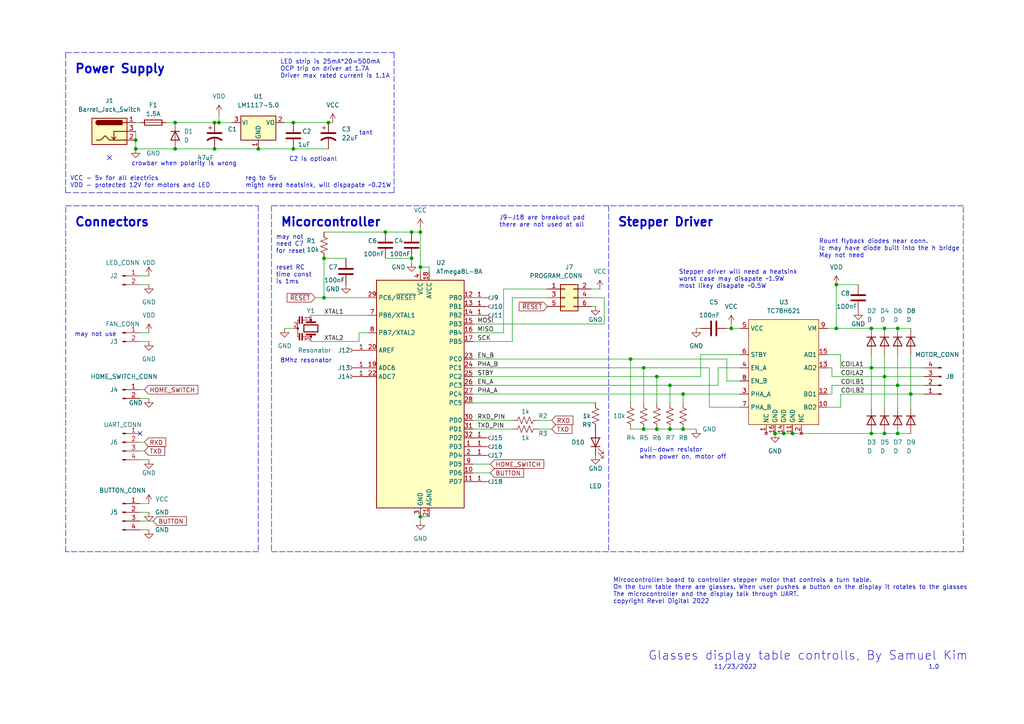
<source format=kicad_sch>
(kicad_sch (version 20211123) (generator eeschema)
  (paper "A4")
  (lib_symbols
    (symbol "Connector:Barrel_Jack_Switch" (pin_names hide)
      (property "Reference" "J" (at 0 5.334 0))
      (property "Value" "Barrel_Jack_Switch" (at 0 -5.08 0))
      (symbol "Barrel_Jack_Switch_0_1"
        (rectangle (start -5.08 3.81) (end 5.08 -3.81) (stroke (width 0.254)) (fill (type background)))
        (arc (start -3.302 3.175) (mid -3.937 2.54) (end -3.302 1.905) (stroke (width 0.254)))
        (arc (start -3.302 3.175) (mid -3.937 2.54) (end -3.302 1.905) (stroke (width 0.254)) (fill (type outline)))
        (polyline (pts (xy 1.27 -2.286) (xy 1.905 -1.651)) (stroke (width 0.254)))
        (polyline (pts (xy 5.08 2.54) (xy 3.81 2.54)) (stroke (width 0.254)))
        (polyline (pts (xy 5.08 0) (xy 1.27 0) (xy 1.27 -2.286) (xy 0.635 -1.651)) (stroke (width 0.254)))
        (polyline (pts (xy -3.81 -2.54) (xy -2.54 -2.54) (xy -1.27 -1.27) (xy 0 -2.54) (xy 2.54 -2.54) (xy 5.08 -2.54)) (stroke (width 0.254)))
        (rectangle (start 3.683 3.175) (end -3.302 1.905) (stroke (width 0.254)) (fill (type outline)))
      )
      (symbol "Barrel_Jack_Switch_1_1"
        (pin passive line (at 7.62 2.54 180) (length 2.54) (name "~") (number "1"))
        (pin passive line (at 7.62 -2.54 180) (length 2.54) (name "~") (number "2"))
        (pin passive line (at 7.62 0 180) (length 2.54) (name "~") (number "3"))
      )
    )
    (symbol "Connector:Conn_01x01_Female" (pin_names (offset 1.016) hide)
      (property "Reference" "J" (at 0 2.54 0))
      (property "Value" "Conn_01x01_Female" (at 0 -2.54 0))
      (symbol "Conn_01x01_Female_1_1"
        (polyline (pts (xy -1.27 0) (xy -0.508 0)) (stroke (width 0.1524)))
        (arc (start 0 0.508) (mid -0.508 0) (end 0 -0.508) (stroke (width 0.1524)))
        (pin passive line (at -5.08 0 0) (length 3.81) (name "Pin_1") (number "1"))
      )
    )
    (symbol "Connector:Conn_01x02_Male" (pin_names (offset 1.016) hide)
      (property "Reference" "J" (at 0 2.54 0))
      (property "Value" "Conn_01x02_Male" (at 0 -5.08 0))
      (symbol "Conn_01x02_Male_1_1"
        (polyline (pts (xy 1.27 -2.54) (xy 0.8636 -2.54)) (stroke (width 0.1524)))
        (polyline (pts (xy 1.27 0) (xy 0.8636 0)) (stroke (width 0.1524)))
        (rectangle (start 0.8636 -2.413) (end 0 -2.667) (stroke (width 0.1524)) (fill (type outline)))
        (rectangle (start 0.8636 0.127) (end 0 -0.127) (stroke (width 0.1524)) (fill (type outline)))
        (pin passive line (at 5.08 0 180) (length 3.81) (name "Pin_1") (number "1"))
        (pin passive line (at 5.08 -2.54 180) (length 3.81) (name "Pin_2") (number "2"))
      )
    )
    (symbol "Connector:Conn_01x04_Male" (pin_names (offset 1.016) hide)
      (property "Reference" "J" (at 0 5.08 0))
      (property "Value" "Conn_01x04_Male" (at 0 -7.62 0))
      (symbol "Conn_01x04_Male_1_1"
        (polyline (pts (xy 1.27 -5.08) (xy 0.8636 -5.08)) (stroke (width 0.1524)))
        (polyline (pts (xy 1.27 -2.54) (xy 0.8636 -2.54)) (stroke (width 0.1524)))
        (polyline (pts (xy 1.27 0) (xy 0.8636 0)) (stroke (width 0.1524)))
        (polyline (pts (xy 1.27 2.54) (xy 0.8636 2.54)) (stroke (width 0.1524)))
        (rectangle (start 0.8636 -4.953) (end 0 -5.207) (stroke (width 0.1524)) (fill (type outline)))
        (rectangle (start 0.8636 -2.413) (end 0 -2.667) (stroke (width 0.1524)) (fill (type outline)))
        (rectangle (start 0.8636 0.127) (end 0 -0.127) (stroke (width 0.1524)) (fill (type outline)))
        (rectangle (start 0.8636 2.667) (end 0 2.413) (stroke (width 0.1524)) (fill (type outline)))
        (pin passive line (at 5.08 2.54 180) (length 3.81) (name "Pin_1") (number "1"))
        (pin passive line (at 5.08 0 180) (length 3.81) (name "Pin_2") (number "2"))
        (pin passive line (at 5.08 -2.54 180) (length 3.81) (name "Pin_3") (number "3"))
        (pin passive line (at 5.08 -5.08 180) (length 3.81) (name "Pin_4") (number "4"))
      )
    )
    (symbol "Connector_Generic:Conn_02x03_Odd_Even" (pin_names (offset 1.016) hide)
      (property "Reference" "J" (at 1.27 5.08 0))
      (property "Value" "Conn_02x03_Odd_Even" (at 1.27 -5.08 0))
      (symbol "Conn_02x03_Odd_Even_1_1"
        (rectangle (start -1.27 -2.413) (end 0 -2.667) (stroke (width 0.1524)))
        (rectangle (start -1.27 0.127) (end 0 -0.127) (stroke (width 0.1524)))
        (rectangle (start -1.27 2.667) (end 0 2.413) (stroke (width 0.1524)))
        (rectangle (start -1.27 3.81) (end 3.81 -3.81) (stroke (width 0.254)) (fill (type background)))
        (rectangle (start 3.81 -2.413) (end 2.54 -2.667) (stroke (width 0.1524)))
        (rectangle (start 3.81 0.127) (end 2.54 -0.127) (stroke (width 0.1524)))
        (rectangle (start 3.81 2.667) (end 2.54 2.413) (stroke (width 0.1524)))
        (pin passive line (at -5.08 2.54 0) (length 3.81) (name "Pin_1") (number "1"))
        (pin passive line (at 7.62 2.54 180) (length 3.81) (name "Pin_2") (number "2"))
        (pin passive line (at -5.08 0 0) (length 3.81) (name "Pin_3") (number "3"))
        (pin passive line (at 7.62 0 180) (length 3.81) (name "Pin_4") (number "4"))
        (pin passive line (at -5.08 -2.54 0) (length 3.81) (name "Pin_5") (number "5"))
        (pin passive line (at 7.62 -2.54 180) (length 3.81) (name "Pin_6") (number "6"))
      )
    )
    (symbol "Device:C" (pin_numbers hide) (pin_names (offset 0.254))
      (property "Reference" "C" (at 0.635 2.54 0))
      (property "Value" "C" (at 0.635 -2.54 0))
      (symbol "C_0_1"
        (polyline (pts (xy -2.032 -0.762) (xy 2.032 -0.762)) (stroke (width 0.508)))
        (polyline (pts (xy -2.032 0.762) (xy 2.032 0.762)) (stroke (width 0.508)))
      )
      (symbol "C_1_1"
        (pin passive line (at 0 3.81 270) (length 2.794) (name "~") (number "1"))
        (pin passive line (at 0 -3.81 90) (length 2.794) (name "~") (number "2"))
      )
    )
    (symbol "Device:C_Polarized_US" (pin_numbers hide) (pin_names (offset 0.254) hide)
      (property "Reference" "C" (at 0.635 2.54 0))
      (property "Value" "C_Polarized_US" (at 0.635 -2.54 0))
      (symbol "C_Polarized_US_0_1"
        (polyline (pts (xy -2.032 0.762) (xy 2.032 0.762)) (stroke (width 0.508)))
        (polyline (pts (xy -1.778 2.286) (xy -0.762 2.286)))
        (polyline (pts (xy -1.27 1.778) (xy -1.27 2.794)))
        (arc (start 2.032 -1.27) (mid 0 -0.5572) (end -2.032 -1.27) (stroke (width 0.508)))
      )
      (symbol "C_Polarized_US_1_1"
        (pin passive line (at 0 3.81 270) (length 2.794) (name "~") (number "1"))
        (pin passive line (at 0 -3.81 90) (length 3.302) (name "~") (number "2"))
      )
    )
    (symbol "Device:D" (pin_numbers hide) (pin_names (offset 1.016) hide)
      (property "Reference" "D" (at 0 2.54 0))
      (property "Value" "D" (at 0 -2.54 0))
      (symbol "D_0_1"
        (polyline (pts (xy -1.27 1.27) (xy -1.27 -1.27)) (stroke (width 0.254)))
        (polyline (pts (xy 1.27 0) (xy -1.27 0)))
        (polyline (pts (xy 1.27 1.27) (xy 1.27 -1.27) (xy -1.27 0) (xy 1.27 1.27)) (stroke (width 0.254)))
      )
      (symbol "D_1_1"
        (pin passive line (at -3.81 0 0) (length 2.54) (name "K") (number "1"))
        (pin passive line (at 3.81 0 180) (length 2.54) (name "A") (number "2"))
      )
    )
    (symbol "Device:Fuse" (pin_numbers hide) (pin_names (offset 0))
      (property "Reference" "F" (at 2.032 0 90))
      (property "Value" "Fuse" (at -1.905 0 90))
      (symbol "Fuse_0_1"
        (rectangle (start -0.762 -2.54) (end 0.762 2.54) (stroke (width 0.254)))
        (polyline (pts (xy 0 2.54) (xy 0 -2.54)))
      )
      (symbol "Fuse_1_1"
        (pin passive line (at 0 3.81 270) (length 1.27) (name "~") (number "1"))
        (pin passive line (at 0 -3.81 90) (length 1.27) (name "~") (number "2"))
      )
    )
    (symbol "Device:LED" (pin_numbers hide) (pin_names (offset 1.016) hide)
      (property "Reference" "D" (at 0 2.54 0))
      (property "Value" "LED" (at 0 -2.54 0))
      (symbol "LED_0_1"
        (polyline (pts (xy -1.27 -1.27) (xy -1.27 1.27)) (stroke (width 0.254)))
        (polyline (pts (xy -1.27 0) (xy 1.27 0)))
        (polyline (pts (xy 1.27 -1.27) (xy 1.27 1.27) (xy -1.27 0) (xy 1.27 -1.27)) (stroke (width 0.254)))
        (polyline (pts (xy -3.048 -0.762) (xy -4.572 -2.286) (xy -3.81 -2.286) (xy -4.572 -2.286) (xy -4.572 -1.524)))
        (polyline (pts (xy -1.778 -0.762) (xy -3.302 -2.286) (xy -2.54 -2.286) (xy -3.302 -2.286) (xy -3.302 -1.524)))
      )
      (symbol "LED_1_1"
        (pin passive line (at -3.81 0 0) (length 2.54) (name "K") (number "1"))
        (pin passive line (at 3.81 0 180) (length 2.54) (name "A") (number "2"))
      )
    )
    (symbol "Device:R_US" (pin_numbers hide) (pin_names (offset 0))
      (property "Reference" "R" (at 2.54 0 90))
      (property "Value" "R_US" (at -2.54 0 90))
      (symbol "R_US_0_1"
        (polyline (pts (xy 0 -2.286) (xy 0 -2.54)))
        (polyline (pts (xy 0 2.286) (xy 0 2.54)))
        (polyline (pts (xy 0 -0.762) (xy 1.016 -1.143) (xy 0 -1.524) (xy -1.016 -1.905) (xy 0 -2.286)))
        (polyline (pts (xy 0 0.762) (xy 1.016 0.381) (xy 0 0) (xy -1.016 -0.381) (xy 0 -0.762)))
        (polyline (pts (xy 0 2.286) (xy 1.016 1.905) (xy 0 1.524) (xy -1.016 1.143) (xy 0 0.762)))
      )
      (symbol "R_US_1_1"
        (pin passive line (at 0 3.81 270) (length 1.27) (name "~") (number "1"))
        (pin passive line (at 0 -3.81 90) (length 1.27) (name "~") (number "2"))
      )
    )
    (symbol "Device:Resonator" (pin_names (offset 1.016) hide)
      (property "Reference" "Y" (at 0 5.715 0))
      (property "Value" "Resonator" (at 0 3.81 0))
      (symbol "Resonator_0_1"
        (rectangle (start -3.429 -3.175) (end -1.397 -3.429) (fill (type outline)))
        (rectangle (start -3.429 -2.413) (end -1.397 -2.667) (fill (type outline)))
        (circle (center -2.413 0) (radius 0.254) (fill (type outline)))
        (rectangle (start -1.016 2.032) (end 1.016 -2.032) (stroke (width 0.3048)))
        (circle (center 0 -3.81) (radius 0.254) (fill (type outline)))
        (polyline (pts (xy -2.413 -2.413) (xy -2.413 0)))
        (polyline (pts (xy -1.905 0) (xy -3.175 0)))
        (polyline (pts (xy -1.778 -1.27) (xy -1.778 1.27)) (stroke (width 0.508)))
        (polyline (pts (xy 1.778 -1.27) (xy 1.778 1.27)) (stroke (width 0.508)))
        (polyline (pts (xy 1.905 0) (xy 2.54 0)))
        (polyline (pts (xy 2.413 0) (xy 2.413 -2.54)))
        (polyline (pts (xy 2.413 -3.302) (xy 2.413 -3.81) (xy -2.413 -3.81) (xy -2.413 -3.302)))
        (rectangle (start 1.397 -3.175) (end 3.429 -3.429) (fill (type outline)))
        (rectangle (start 1.397 -2.413) (end 3.429 -2.667) (fill (type outline)))
        (circle (center 2.413 0) (radius 0.254) (fill (type outline)))
      )
      (symbol "Resonator_1_1"
        (pin passive line (at -3.81 0 0) (length 1.27) (name "1") (number "1"))
        (pin passive line (at 0 -5.08 90) (length 1.27) (name "2") (number "2"))
        (pin passive line (at 3.81 0 180) (length 1.27) (name "3") (number "3"))
      )
    )
    (symbol "MCU_Microchip_ATmega:ATmega8L-8A"
      (property "Reference" "U" (at -12.7 34.29 0))
      (property "Value" "ATmega8L-8A" (at 5.08 -34.29 0))
      (symbol "ATmega8L-8A_0_1"
        (rectangle (start -12.7 -33.02) (end 12.7 33.02) (stroke (width 0.254)) (fill (type background)))
      )
      (symbol "ATmega8L-8A_1_1"
        (pin bidirectional line (at 15.24 -15.24 180) (length 2.54) (name "PD3") (number "1"))
        (pin bidirectional line (at 15.24 -22.86 180) (length 2.54) (name "PD6") (number "10"))
        (pin bidirectional line (at 15.24 -25.4 180) (length 2.54) (name "PD7") (number "11"))
        (pin bidirectional line (at 15.24 27.94 180) (length 2.54) (name "PB0") (number "12"))
        (pin bidirectional line (at 15.24 25.4 180) (length 2.54) (name "PB1") (number "13"))
        (pin bidirectional line (at 15.24 22.86 180) (length 2.54) (name "PB2") (number "14"))
        (pin bidirectional line (at 15.24 20.32 180) (length 2.54) (name "PB3") (number "15"))
        (pin bidirectional line (at 15.24 17.78 180) (length 2.54) (name "PB4") (number "16"))
        (pin bidirectional line (at 15.24 15.24 180) (length 2.54) (name "PB5") (number "17"))
        (pin power_in line (at 2.54 35.56 270) (length 2.54) (name "AVCC") (number "18"))
        (pin input line (at -15.24 7.62 0) (length 2.54) (name "ADC6") (number "19"))
        (pin bidirectional line (at 15.24 -17.78 180) (length 2.54) (name "PD4") (number "2"))
        (pin passive line (at -15.24 12.7 0) (length 2.54) (name "AREF") (number "20"))
        (pin power_in line (at 2.54 -35.56 90) (length 2.54) (name "AGND") (number "21"))
        (pin input line (at -15.24 5.08 0) (length 2.54) (name "ADC7") (number "22"))
        (pin bidirectional line (at 15.24 10.16 180) (length 2.54) (name "PC0") (number "23"))
        (pin bidirectional line (at 15.24 7.62 180) (length 2.54) (name "PC1") (number "24"))
        (pin bidirectional line (at 15.24 5.08 180) (length 2.54) (name "PC2") (number "25"))
        (pin bidirectional line (at 15.24 2.54 180) (length 2.54) (name "PC3") (number "26"))
        (pin bidirectional line (at 15.24 0 180) (length 2.54) (name "PC4") (number "27"))
        (pin bidirectional line (at 15.24 -2.54 180) (length 2.54) (name "PC5") (number "28"))
        (pin bidirectional line (at -15.24 27.94 0) (length 2.54) (name "PC6/~{RESET}") (number "29"))
        (pin power_in line (at 0 -35.56 90) (length 2.54) (name "GND") (number "3"))
        (pin bidirectional line (at 15.24 -7.62 180) (length 2.54) (name "PD0") (number "30"))
        (pin bidirectional line (at 15.24 -10.16 180) (length 2.54) (name "PD1") (number "31"))
        (pin bidirectional line (at 15.24 -12.7 180) (length 2.54) (name "PD2") (number "32"))
        (pin power_in line (at 0 35.56 270) (length 2.54) (name "VCC") (number "4"))
        (pin passive line (at 0 -35.56 90) (length 2.54) hide (name "GND") (number "5"))
        (pin passive line (at 0 35.56 270) (length 2.54) hide (name "VCC") (number "6"))
        (pin bidirectional line (at -15.24 22.86 0) (length 2.54) (name "PB6/XTAL1") (number "7"))
        (pin bidirectional line (at -15.24 17.78 0) (length 2.54) (name "PB7/XTAL2") (number "8"))
        (pin bidirectional line (at 15.24 -20.32 180) (length 2.54) (name "PD5") (number "9"))
      )
    )
    (symbol "Regulator_Linear:LM1117-5.0" (pin_names (offset 0.254))
      (property "Reference" "U" (at -3.81 3.175 0))
      (property "Value" "LM1117-5.0" (at 0 3.175 0))
      (symbol "LM1117-5.0_0_1"
        (rectangle (start -5.08 -5.08) (end 5.08 1.905) (stroke (width 0.254)) (fill (type background)))
      )
      (symbol "LM1117-5.0_1_1"
        (pin power_in line (at 0 -7.62 90) (length 2.54) (name "GND") (number "1"))
        (pin power_out line (at 7.62 0 180) (length 2.54) (name "VO") (number "2"))
        (pin power_in line (at -7.62 0 0) (length 2.54) (name "VI") (number "3"))
      )
    )
    (symbol "my_Symbols:TC78H621"
      (property "Reference" "U" (at 1.27 2.54 0))
      (property "Value" "TC78H621" (at 10.16 2.54 0))
      (symbol "TC78H621_0_0"
        (pin no_connect line (at 5.08 -33.02 90) (length 2.54) (name "NC") (number "1"))
        (pin unspecified line (at 22.86 -25.4 180) (length 2.54) (name "BO2") (number "10"))
        (pin unspecified line (at 12.7 -33.02 90) (length 2.54) (name "GND") (number "11"))
        (pin unspecified line (at 22.86 -21.59 180) (length 2.54) (name "BO1") (number "12"))
        (pin unspecified line (at 22.86 -13.97 180) (length 2.54) (name "AO2") (number "13"))
        (pin unspecified line (at 10.16 -33.02 90) (length 2.54) (name "GND") (number "14"))
        (pin unspecified line (at 22.86 -10.16 180) (length 2.54) (name "AO1") (number "15"))
        (pin unspecified line (at 7.62 -33.02 90) (length 2.54) (name "GND") (number "16"))
        (pin no_connect line (at 15.24 -33.02 90) (length 2.54) (name "NC") (number "2"))
        (pin unspecified line (at -2.54 -21.59 0) (length 2.54) (name "PHA_A") (number "3"))
        (pin unspecified line (at -2.54 -13.97 0) (length 2.54) (name "EN_A") (number "4"))
        (pin unspecified line (at -2.54 -2.54 0) (length 2.54) (name "VCC") (number "5"))
        (pin unspecified line (at -2.54 -10.16 0) (length 2.54) (name "STBY") (number "6"))
        (pin unspecified line (at -2.54 -25.4 0) (length 2.54) (name "PHA_B") (number "7"))
        (pin unspecified line (at -2.54 -17.78 0) (length 2.54) (name "EN_B") (number "8"))
        (pin unspecified line (at 22.86 -2.54 180) (length 2.54) (name "VM") (number "9"))
      )
      (symbol "TC78H621_0_1"
        (rectangle (start 0 0) (end 20.32 -30.48) (fill (type background)))
      )
    )
    (symbol "power:GND" (power) (pin_names (offset 0))
      (property "Value" "GND" (at 0 -3.81 0))
      (symbol "GND_0_1"
        (polyline (pts (xy 0 0) (xy 0 -1.27) (xy 1.27 -1.27) (xy 0 -2.54) (xy -1.27 -1.27) (xy 0 -1.27)))
      )
      (symbol "GND_1_1"
        (pin power_in line (at 0 0 270) (length 0) hide (name "GND") (number "1"))
      )
    )
    (symbol "power:VCC" (power) (pin_names (offset 0))
      (property "Value" "VCC" (at 0 3.81 0))
      (symbol "VCC_0_1"
        (polyline (pts (xy -0.762 1.27) (xy 0 2.54)))
        (polyline (pts (xy 0 0) (xy 0 2.54)))
        (polyline (pts (xy 0 2.54) (xy 0.762 1.27)))
      )
      (symbol "VCC_1_1"
        (pin power_in line (at 0 0 90) (length 0) hide (name "VCC") (number "1"))
      )
    )
    (symbol "power:VDD" (power) (pin_names (offset 0))
      (property "Value" "VDD" (at 0 3.81 0))
      (symbol "VDD_0_1"
        (polyline (pts (xy -0.762 1.27) (xy 0 2.54)))
        (polyline (pts (xy 0 0) (xy 0 2.54)))
        (polyline (pts (xy 0 2.54) (xy 0.762 1.27)))
      )
      (symbol "VDD_1_1"
        (pin power_in line (at 0 0 90) (length 0) hide (name "VDD") (number "1"))
      )
    )
  )
  (junction (at 62.23 35.56))
  (junction (at 242.57 95.25))
  (junction (at 62.23 43.18))
  (junction (at 212.09 95.25))
  (junction (at 85.09 43.18))
  (junction (at 93.98 74.93))
  (junction (at 190.5 124.46))
  (junction (at 74.93 43.18))
  (junction (at 260.35 95.25))
  (junction (at 198.12 114.3))
  (junction (at 111.76 67.31))
  (junction (at 182.88 104.14))
  (junction (at 252.73 95.25))
  (junction (at 256.54 109.22))
  (junction (at 93.98 86.36))
  (junction (at 119.38 74.93))
  (junction (at 264.16 114.3))
  (junction (at 260.35 125.73))
  (junction (at 186.69 106.68))
  (junction (at 198.12 124.46))
  (junction (at 194.31 124.46))
  (junction (at 121.92 149.86))
  (junction (at 186.69 124.46))
  (junction (at 224.79 125.73))
  (junction (at 229.87 125.73))
  (junction (at 121.92 67.31))
  (junction (at 260.35 111.76))
  (junction (at 121.92 77.47))
  (junction (at 39.37 40.64))
  (junction (at 39.37 43.18))
  (junction (at 252.73 125.73))
  (junction (at 194.31 111.76))
  (junction (at 50.8 43.18))
  (junction (at 190.5 109.22))
  (junction (at 227.33 125.73))
  (junction (at 95.25 35.56))
  (junction (at 242.57 82.55))
  (junction (at 63.5 35.56))
  (junction (at 256.54 95.25))
  (junction (at 50.8 35.56))
  (junction (at 85.09 35.56))
  (junction (at 256.54 125.73))
  (junction (at 119.38 67.31))
  (junction (at 252.73 106.68))
  (no_connect (at 40.64 125.73))
  (no_connect (at 31.75 45.72))
  (wire (pts (xy 242.57 82.55) (xy 242.57 95.25)))
  (wire (pts (xy 210.82 104.14) (xy 182.88 104.14)))
  (wire (pts (xy 111.76 67.31) (xy 119.38 67.31)))
  (wire (pts (xy 137.16 137.16) (xy 142.24 137.16)))
  (polyline (pts (xy 19.05 55.88) (xy 19.05 15.24)))
  (wire (pts (xy 210.82 95.25) (xy 212.09 95.25)))
  (wire (pts (xy 214.63 106.68) (xy 208.28 106.68)))
  (polyline (pts (xy 19.05 59.69) (xy 74.93 59.69)))
  (wire (pts (xy 214.63 102.87) (xy 203.2 102.87)))
  (wire (pts (xy 137.16 134.62) (xy 142.24 134.62)))
  (wire (pts (xy 175.26 86.36) (xy 171.45 86.36)))
  (wire (pts (xy 85.09 43.18) (xy 95.25 43.18)))
  (wire (pts (xy 137.16 96.52) (xy 146.05 96.52)))
  (wire (pts (xy 252.73 102.87) (xy 252.73 106.68)))
  (wire (pts (xy 241.3 106.68) (xy 240.03 106.68)))
  (wire (pts (xy 260.35 111.76) (xy 267.97 111.76)))
  (wire (pts (xy 121.92 77.47) (xy 121.92 78.74)))
  (wire (pts (xy 264.16 114.3) (xy 267.97 114.3)))
  (polyline (pts (xy 74.93 59.69) (xy 74.93 160.02)))
  (wire (pts (xy 137.16 99.06) (xy 148.59 99.06)))
  (polyline (pts (xy 78.74 160.02) (xy 279.4 160.02)))
  (wire (pts (xy 85.09 35.56) (xy 95.25 35.56)))
  (wire (pts (xy 40.64 133.35) (xy 43.18 133.35)))
  (wire (pts (xy 40.64 115.57) (xy 43.18 115.57)))
  (wire (pts (xy 137.16 114.3) (xy 198.12 114.3)))
  (wire (pts (xy 172.72 116.84) (xy 137.16 116.84)))
  (wire (pts (xy 104.14 99.06) (xy 90.17 99.06)))
  (wire (pts (xy 93.98 67.31) (xy 111.76 67.31)))
  (wire (pts (xy 194.31 124.46) (xy 198.12 124.46)))
  (wire (pts (xy 241.3 114.3) (xy 241.3 111.76)))
  (wire (pts (xy 146.05 96.52) (xy 146.05 83.82)))
  (wire (pts (xy 260.35 102.87) (xy 260.35 111.76)))
  (wire (pts (xy 252.73 106.68) (xy 267.97 106.68)))
  (polyline (pts (xy 176.53 59.69) (xy 176.53 160.02)))
  (wire (pts (xy 137.16 104.14) (xy 182.88 104.14)))
  (wire (pts (xy 124.46 149.86) (xy 121.92 149.86)))
  (wire (pts (xy 201.93 95.25) (xy 203.2 95.25)))
  (wire (pts (xy 214.63 118.11) (xy 205.74 118.11)))
  (wire (pts (xy 186.69 106.68) (xy 205.74 106.68)))
  (wire (pts (xy 198.12 114.3) (xy 214.63 114.3)))
  (wire (pts (xy 121.92 149.86) (xy 121.92 151.13)))
  (wire (pts (xy 82.55 35.56) (xy 85.09 35.56)))
  (wire (pts (xy 241.3 109.22) (xy 256.54 109.22)))
  (wire (pts (xy 172.72 88.9) (xy 171.45 88.9)))
  (wire (pts (xy 240.03 95.25) (xy 242.57 95.25)))
  (wire (pts (xy 121.92 67.31) (xy 121.92 77.47)))
  (wire (pts (xy 50.8 43.18) (xy 62.23 43.18)))
  (wire (pts (xy 205.74 118.11) (xy 205.74 106.68)))
  (wire (pts (xy 121.92 66.04) (xy 121.92 67.31)))
  (wire (pts (xy 186.69 124.46) (xy 190.5 124.46)))
  (polyline (pts (xy 279.4 59.69) (xy 78.74 59.69)))
  (wire (pts (xy 194.31 111.76) (xy 208.28 111.76)))
  (polyline (pts (xy 19.05 15.24) (xy 114.3 15.24)))
  (wire (pts (xy 243.84 102.87) (xy 243.84 106.68)))
  (wire (pts (xy 90.17 91.44) (xy 106.68 91.44)))
  (wire (pts (xy 264.16 125.73) (xy 260.35 125.73)))
  (wire (pts (xy 82.55 95.25) (xy 85.09 95.25)))
  (wire (pts (xy 242.57 95.25) (xy 252.73 95.25)))
  (wire (pts (xy 243.84 106.68) (xy 252.73 106.68)))
  (wire (pts (xy 229.87 125.73) (xy 227.33 125.73)))
  (wire (pts (xy 212.09 95.25) (xy 214.63 95.25)))
  (wire (pts (xy 173.99 83.82) (xy 171.45 83.82)))
  (wire (pts (xy 93.98 74.93) (xy 93.98 86.36)))
  (wire (pts (xy 148.59 99.06) (xy 148.59 86.36)))
  (wire (pts (xy 104.14 96.52) (xy 104.14 99.06)))
  (wire (pts (xy 96.52 35.56) (xy 95.25 35.56)))
  (wire (pts (xy 208.28 106.68) (xy 208.28 111.76)))
  (wire (pts (xy 194.31 111.76) (xy 194.31 116.84)))
  (wire (pts (xy 43.18 99.06) (xy 40.64 99.06)))
  (wire (pts (xy 124.46 77.47) (xy 121.92 77.47)))
  (wire (pts (xy 39.37 43.18) (xy 50.8 43.18)))
  (wire (pts (xy 186.69 106.68) (xy 186.69 116.84)))
  (wire (pts (xy 39.37 40.64) (xy 39.37 43.18)))
  (wire (pts (xy 40.64 130.81) (xy 41.91 130.81)))
  (wire (pts (xy 43.18 82.55) (xy 40.64 82.55)))
  (wire (pts (xy 43.18 80.01) (xy 40.64 80.01)))
  (wire (pts (xy 252.73 95.25) (xy 256.54 95.25)))
  (wire (pts (xy 198.12 116.84) (xy 198.12 114.3)))
  (wire (pts (xy 243.84 118.11) (xy 243.84 114.3)))
  (wire (pts (xy 137.16 93.98) (xy 175.26 93.98)))
  (wire (pts (xy 137.16 109.22) (xy 190.5 109.22)))
  (wire (pts (xy 100.33 74.93) (xy 93.98 74.93)))
  (wire (pts (xy 252.73 125.73) (xy 256.54 125.73)))
  (wire (pts (xy 241.3 106.68) (xy 241.3 109.22)))
  (wire (pts (xy 43.18 148.59) (xy 40.64 148.59)))
  (wire (pts (xy 264.16 114.3) (xy 264.16 118.11)))
  (wire (pts (xy 156.21 121.92) (xy 160.02 121.92)))
  (wire (pts (xy 43.18 153.67) (xy 40.64 153.67)))
  (wire (pts (xy 40.64 128.27) (xy 41.91 128.27)))
  (wire (pts (xy 137.16 106.68) (xy 186.69 106.68)))
  (wire (pts (xy 39.37 38.1) (xy 39.37 40.64)))
  (wire (pts (xy 146.05 83.82) (xy 158.75 83.82)))
  (wire (pts (xy 148.59 86.36) (xy 158.75 86.36)))
  (wire (pts (xy 91.44 86.36) (xy 93.98 86.36)))
  (wire (pts (xy 264.16 102.87) (xy 264.16 114.3)))
  (wire (pts (xy 210.82 110.49) (xy 210.82 104.14)))
  (polyline (pts (xy 74.93 160.02) (xy 19.05 160.02)))
  (wire (pts (xy 240.03 118.11) (xy 243.84 118.11)))
  (wire (pts (xy 256.54 95.25) (xy 260.35 95.25)))
  (wire (pts (xy 210.82 110.49) (xy 214.63 110.49)))
  (wire (pts (xy 148.59 121.92) (xy 137.16 121.92)))
  (wire (pts (xy 241.3 111.76) (xy 260.35 111.76)))
  (wire (pts (xy 212.09 93.98) (xy 212.09 95.25)))
  (wire (pts (xy 229.87 125.73) (xy 252.73 125.73)))
  (wire (pts (xy 256.54 109.22) (xy 267.97 109.22)))
  (wire (pts (xy 241.3 114.3) (xy 240.03 114.3)))
  (wire (pts (xy 203.2 109.22) (xy 190.5 109.22)))
  (polyline (pts (xy 279.4 160.02) (xy 279.4 59.69)))
  (wire (pts (xy 260.35 125.73) (xy 256.54 125.73)))
  (wire (pts (xy 93.98 86.36) (xy 106.68 86.36)))
  (wire (pts (xy 242.57 82.55) (xy 248.92 82.55)))
  (wire (pts (xy 243.84 114.3) (xy 264.16 114.3)))
  (wire (pts (xy 124.46 77.47) (xy 124.46 78.74)))
  (polyline (pts (xy 114.3 15.24) (xy 114.3 55.88)))
  (wire (pts (xy 256.54 102.87) (xy 256.54 109.22)))
  (wire (pts (xy 175.26 93.98) (xy 175.26 86.36)))
  (wire (pts (xy 227.33 125.73) (xy 224.79 125.73)))
  (wire (pts (xy 44.45 151.13) (xy 40.64 151.13)))
  (wire (pts (xy 74.93 43.18) (xy 85.09 43.18)))
  (wire (pts (xy 156.21 124.46) (xy 160.02 124.46)))
  (wire (pts (xy 43.18 146.05) (xy 40.64 146.05)))
  (polyline (pts (xy 78.74 59.69) (xy 78.74 160.02)))
  (wire (pts (xy 104.14 96.52) (xy 106.68 96.52)))
  (wire (pts (xy 40.64 35.56) (xy 39.37 35.56)))
  (wire (pts (xy 201.93 124.46) (xy 198.12 124.46)))
  (polyline (pts (xy 19.05 160.02) (xy 19.05 59.69)))
  (polyline (pts (xy 114.3 55.88) (xy 19.05 55.88)))
  (wire (pts (xy 63.5 35.56) (xy 62.23 35.56)))
  (wire (pts (xy 40.64 113.03) (xy 41.91 113.03)))
  (wire (pts (xy 148.59 124.46) (xy 137.16 124.46)))
  (wire (pts (xy 50.8 35.56) (xy 62.23 35.56)))
  (wire (pts (xy 48.26 35.56) (xy 50.8 35.56)))
  (wire (pts (xy 182.88 104.14) (xy 182.88 116.84)))
  (wire (pts (xy 252.73 106.68) (xy 252.73 118.11)))
  (wire (pts (xy 62.23 43.18) (xy 74.93 43.18)))
  (wire (pts (xy 119.38 67.31) (xy 121.92 67.31)))
  (wire (pts (xy 43.18 96.52) (xy 40.64 96.52)))
  (wire (pts (xy 240.03 102.87) (xy 243.84 102.87)))
  (wire (pts (xy 63.5 35.56) (xy 67.31 35.56)))
  (wire (pts (xy 260.35 111.76) (xy 260.35 118.11)))
  (wire (pts (xy 190.5 109.22) (xy 190.5 116.84)))
  (wire (pts (xy 182.88 124.46) (xy 186.69 124.46)))
  (wire (pts (xy 119.38 74.93) (xy 119.38 76.2)))
  (wire (pts (xy 111.76 74.93) (xy 119.38 74.93)))
  (wire (pts (xy 190.5 124.46) (xy 194.31 124.46)))
  (wire (pts (xy 137.16 111.76) (xy 194.31 111.76)))
  (wire (pts (xy 256.54 109.22) (xy 256.54 118.11)))
  (wire (pts (xy 203.2 102.87) (xy 203.2 109.22)))
  (wire (pts (xy 260.35 95.25) (xy 264.16 95.25)))
  (wire (pts (xy 63.5 33.02) (xy 63.5 35.56)))
  (text "may not \nneed C7\nfor reset" (at 80.01 73.66 0) (effects (font (size 1.27 1.27)) (justify left bottom)))
  (text "C2 is optioanl" (at 83.82 46.99 0) (effects (font (size 1.27 1.27)) (justify left bottom)))
  (text "crowbar when polarity is wrong" (at 38.1 48.26 0) (effects (font (size 1.27 1.27)) (justify left bottom)))
  (text "Stepper driver will need a heatsink\nworst case may disapate ~1.9W\nmost likey disapate ~0.5W\n" (at 196.85 83.82 0) (effects (font (size 1.27 1.27)) (justify left bottom)))
  (text "reset RC\ntime const\nis 1ms" (at 80.01 82.55 0) (effects (font (size 1.27 1.27)) (justify left bottom)))
  (text "reg to 5v\nmight need heatsink, will dispapate ~0.21W" (at 71.12 54.61 0) (effects (font (size 1.27 1.27)) (justify left bottom)))
  (text "LED strip is 25mA*20=500mA\nOCP trip on driver at 1.7A\nDriver max rated current is 1.1A\n" (at 81.28 22.86 0) (effects (font (size 1.27 1.27)) (justify left bottom)))
  (text "8Mhz resonator" (at 81.28 105.41 0) (effects (font (size 1.27 1.27)) (justify left bottom)))
  (text "pull-down resistor\nwhen power on, motor off" (at 185.42 133.35 0) (effects (font (size 1.27 1.27)) (justify left bottom)))
  (text "J9-J18 are breakout pad\nthere are not used at all" (at 144.78 66.04 0) (effects (font (size 1.27 1.27)) (justify left bottom)))
  (text "11/23/2022" (at 207.01 194.31 0) (effects (font (size 1.27 1.27)) (justify left bottom)))
  (text "Mircocontroller board to controller stepper motor that controls a turn table. \nOn the turn table there are glasses. When user pushes a button on the display it rotates to the glasses\nThe microcontroller and the display talk through UART.\ncopyright Revel Digital 2022" (at 177.8 175.26 0) (effects (font (size 1.27 1.27)) (justify left bottom)))
  (text "1.0" (at 269.24 194.31 0) (effects (font (size 1.27 1.27)) (justify left bottom)))
  (text "Glasses display table controlls, By Samuel Kim" (at 187.96 191.77 0) (effects (font (size 2.54 2.54)) (justify left bottom)))
  (text "Micorcontroller" (at 81.28 66.04 0) (effects (font (size 2.54 2.54) bold) (justify left bottom)))
  (text "may not use" (at 21.59 97.79 0) (effects (font (size 1.27 1.27)) (justify left bottom)))
  (text "tant" (at 104.14 39.37 0) (effects (font (size 1.27 1.27)) (justify left bottom)))
  (text "Connectors" (at 21.59 66.04 0) (effects (font (size 2.54 2.54) (thickness 0.508) bold) (justify left bottom)))
  (text "Stepper Driver" (at 179.07 66.04 0) (effects (font (size 2.54 2.54) bold) (justify left bottom)))
  (text "VCC - 5v for all electrics\nVDD - protected 12V for motors and LED" (at 20.32 54.61 0) (effects (font (size 1.27 1.27)) (justify left bottom)))
  (text "Rount flyback diodes near conn.\nIc may have diode built into the h bridge\nMay not need" (at 237.49 74.93 0) (effects (font (size 1.27 1.27)) (justify left bottom)))
  (text "Power Supply" (at 21.59 21.59 0) (effects (font (size 2.54 2.54) (thickness 0.508) bold) (justify left bottom)))
  (label "XTAL1" (at 93.98 91.44 0))
  (label "SCK" (at 138.43 99.06 0))
  (label "COILA1" (at 243.84 106.68 0))
  (label "XTAL2" (at 93.98 99.06 0))
  (label "TXD_PIN" (at 138.43 124.46 0))
  (label "COILB1" (at 243.84 111.76 0))
  (label "COILA2" (at 243.84 109.22 0))
  (label "EN_A" (at 138.43 111.76 0))
  (label "MOSI" (at 138.43 93.98 0))
  (label "PHA_A" (at 138.43 114.3 0))
  (label "RXD_PIN" (at 138.43 121.92 0))
  (label "PHA_B" (at 138.43 106.68 0))
  (label "MISO" (at 138.43 96.52 0))
  (label "EN_B" (at 138.43 104.14 0))
  (label "COILB2" (at 243.84 114.3 0))
  (label "STBY" (at 138.43 109.22 0))
  (global_label "TXD" (shape input) (at 41.91 130.81 0) (property "Intersheet References" "${INTERSHEET_REFS}" (effects hide)))
  (global_label "RXD" (shape input) (at 41.91 128.27 0) (property "Intersheet References" "${INTERSHEET_REFS}" (effects hide)))
  (global_label "HOME_SWITCH" (shape input) (at 41.91 113.03 0) (property "Intersheet References" "${INTERSHEET_REFS}" (effects hide)))
  (global_label "TXD" (shape input) (at 160.02 124.46 0) (property "Intersheet References" "${INTERSHEET_REFS}" (effects hide)))
  (global_label "RXD" (shape input) (at 160.02 121.92 0) (property "Intersheet References" "${INTERSHEET_REFS}" (effects hide)))
  (global_label "~{RESET}" (shape input) (at 91.44 86.36 180) (property "Intersheet References" "${INTERSHEET_REFS}" (effects hide)))
  (global_label "BUTTON" (shape input) (at 44.45 151.13 0) (property "Intersheet References" "${INTERSHEET_REFS}" (effects hide)))
  (global_label "~{RESET}" (shape input) (at 158.75 88.9 180) (property "Intersheet References" "${INTERSHEET_REFS}" (effects hide)))
  (global_label "HOME_SWITCH" (shape input) (at 142.24 134.62 0) (property "Intersheet References" "${INTERSHEET_REFS}" (effects hide)))
  (global_label "BUTTON" (shape input) (at 142.24 137.16 0) (property "Intersheet References" "${INTERSHEET_REFS}" (effects hide)))
  (symbol (lib_id "Connector:Conn_01x01_Female") (at 142.24 139.7 0) (unit 1)
    (property "Reference" "J18" (at 142.24 139.7 0) (effects (justify left)))
    (property "Value" "PAD" (effects hide))
    (property "Footprint" "Connector_Wire:SolderWirePad_1x01_SMD_1x2mm" (effects hide))
  )
  (symbol (lib_id "power:VCC") (at 212.09 93.98 0) (unit 1)
    (property "Reference" "#PWR020" (effects hide))
    (property "Value" "VCC" (at 212.09 88.9 0))
  )
  (symbol (lib_id "Device:C") (at 111.76 71.12 0) (unit 1)
    (property "Reference" "C6" (at 106.68 69.85 0) (effects (justify left)))
    (property "Value" "100nF" (at 105.41 73.66 0) (effects (justify left)))
    (property "Footprint" "Resistor_SMD:R_0603_1608Metric" (effects hide))
  )
  (symbol (lib_id "Connector:Conn_01x04_Male") (at 35.56 148.59 0) (unit 1)
    (property "Reference" "J5" (at 33.02 148.59 0))
    (property "Value" "BUTTON_CONN" (at 35.56 142.24 0))
    (property "Footprint" "Connector_JST:JST_EH_B4B-EH-A_1x04_P2.50mm_Vertical" (effects hide))
  )
  (symbol (lib_id "power:GND") (at 100.33 82.55 0) (unit 1)
    (property "Reference" "#PWR0101" (effects hide))
    (property "Value" "GND" (at 96.52 83.82 0))
  )
  (symbol (lib_id "Connector:Conn_01x04_Male") (at 35.56 128.27 0) (unit 1)
    (property "Reference" "J6" (at 33.02 128.27 0))
    (property "Value" "UART_CONN" (at 35.56 123.19 0))
    (property "Footprint" "Connector_JST:JST_EH_B4B-EH-A_1x04_P2.50mm_Vertical" (effects hide))
  )
  (symbol (lib_id "Connector_Generic:Conn_02x03_Odd_Even") (at 163.83 86.36 0) (unit 1)
    (property "Reference" "J7" (at 165.1 77.47 0))
    (property "Value" "PROGRAM_CONN" (at 161.29 80.01 0))
    (property "Footprint" "Connector_PinSocket_2.54mm:PinSocket_2x03_P2.54mm_Vertical" (effects hide))
  )
  (symbol (lib_id "Connector:Conn_01x02_Male") (at 35.56 113.03 0) (unit 1)
    (property "Reference" "J4" (at 34.29 113.03 0) (effects (justify right)))
    (property "Value" "HOME_SWITCH_CONN" (at 45.72 109.22 0) (effects (justify right)))
    (property "Footprint" "Connector_JST:JST_EH_B2B-EH-A_1x02_P2.50mm_Vertical" (effects hide))
  )
  (symbol (lib_id "Device:R_US") (at 190.5 120.65 0) (unit 1)
    (property "Reference" "R6" (at 189.23 127 0) (effects (justify left)))
    (property "Value" "10k" (effects hide))
    (property "Footprint" "Resistor_SMD:R_0603_1608Metric" (effects hide))
  )
  (symbol (lib_id "Connector:Conn_01x01_Female") (at 101.6 106.68 180) (unit 1)
    (property "Reference" "J13" (at 101.6 106.68 0) (effects (justify left)))
    (property "Value" "PAD" (effects hide))
    (property "Footprint" "Connector_Wire:SolderWirePad_1x01_SMD_1x2mm" (effects hide))
  )
  (symbol (lib_id "power:VCC") (at 43.18 146.05 0) (unit 1)
    (property "Reference" "#PWR08" (effects hide))
    (property "Value" "VCC" (at 46.99 144.78 0))
  )
  (symbol (lib_id "Device:R_US") (at 152.4 124.46 90) (unit 1)
    (property "Reference" "R3" (at 157.48 125.73 90))
    (property "Value" "1k" (at 152.4 127 90))
    (property "Footprint" "Resistor_SMD:R_0603_1608Metric" (effects hide))
  )
  (symbol (lib_id "power:VDD") (at 43.18 96.52 0) (unit 1)
    (property "Reference" "#PWR05" (effects hide))
    (property "Value" "VDD" (at 43.18 91.44 0))
  )
  (symbol (lib_id "Connector:Conn_01x01_Female") (at 101.6 101.6 180) (unit 1)
    (property "Reference" "J12" (at 101.6 101.6 0) (effects (justify left)))
    (property "Value" "PAD" (effects hide))
    (property "Footprint" "Connector_Wire:SolderWirePad_1x01_SMD_1x2mm" (effects hide))
  )
  (symbol (lib_id "power:VCC") (at 96.52 35.56 0) (unit 1)
    (property "Reference" "#PWR012" (effects hide))
    (property "Value" "VCC" (at 96.52 30.48 0))
  )
  (symbol (lib_id "power:GND") (at 224.79 125.73 0) (unit 1)
    (property "Reference" "#PWR021" (effects hide))
    (property "Value" "GND" (at 224.79 130.81 0))
  )
  (symbol (lib_id "Device:LED") (at 172.72 128.27 90) (unit 1)
    (property "Reference" "D10" (at 167.64 128.27 90))
    (property "Value" "LED" (at 172.72 140.97 90))
    (property "Footprint" "LED_SMD:LED_0603_1608Metric" (effects hide))
  )
  (symbol (lib_id "Device:D") (at 260.35 121.92 270) (unit 1)
    (property "Reference" "D7" (at 259.08 128.27 90) (effects (justify left)))
    (property "Value" "D" (at 259.08 130.81 90) (effects (justify left)))
    (property "Footprint" "Diode_SMD:D_SOD-323" (effects hide))
  )
  (symbol (lib_id "Connector:Conn_01x02_Male") (at 35.56 80.01 0) (unit 1)
    (property "Reference" "J2" (at 33.02 80.01 0))
    (property "Value" "LED_CONN" (at 35.56 76.2 0))
    (property "Footprint" "Connector_JST:JST_EH_B2B-EH-A_1x02_P2.50mm_Vertical" (effects hide))
  )
  (symbol (lib_id "Connector:Conn_01x04_Male") (at 273.05 111.76 180) (unit 1)
    (property "Reference" "J8" (at 274.32 109.2199 0) (effects (justify right)))
    (property "Value" "MOTOR_CONN" (at 265.43 102.87 0) (effects (justify right)))
    (property "Footprint" "Connector_JST:JST_EH_B4B-EH-A_1x04_P2.50mm_Vertical" (effects hide))
  )
  (symbol (lib_id "Device:R_US") (at 172.72 120.65 0) (unit 1)
    (property "Reference" "R9" (at 170.18 123.19 0))
    (property "Value" "1k" (at 170.18 120.65 0))
    (property "Footprint" "Resistor_SMD:R_0603_1608Metric" (effects hide))
  )
  (symbol (lib_id "Device:C") (at 248.92 86.36 0) (unit 1)
    (property "Reference" "C8" (at 243.84 85.09 0) (effects (justify left)))
    (property "Value" "100nF" (at 242.57 88.9 0) (effects (justify left)))
    (property "Footprint" "Resistor_SMD:R_0603_1608Metric" (effects hide))
  )
  (symbol (lib_id "Connector:Conn_01x02_Male") (at 35.56 96.52 0) (unit 1)
    (property "Reference" "J3" (at 33.02 99.06 0))
    (property "Value" "FAN_CONN" (at 35.56 93.98 0))
    (property "Footprint" "Connector_JST:JST_EH_B2B-EH-A_1x02_P2.50mm_Vertical" (effects hide))
  )
  (symbol (lib_id "Connector:Conn_01x01_Female") (at 142.24 132.08 0) (unit 1)
    (property "Reference" "J17" (at 142.24 132.08 0) (effects (justify left)))
    (property "Value" "PAD" (effects hide))
    (property "Footprint" "Connector_Wire:SolderWirePad_1x01_SMD_1x2mm" (effects hide))
  )
  (symbol (lib_id "Device:D") (at 256.54 121.92 270) (unit 1)
    (property "Reference" "D5" (at 255.27 128.27 90) (effects (justify left)))
    (property "Value" "D" (at 255.27 130.81 90) (effects (justify left)))
    (property "Footprint" "Diode_SMD:D_SOD-323" (effects hide))
  )
  (symbol (lib_id "Device:Fuse") (at 44.45 35.56 90) (unit 1)
    (property "Reference" "F1" (at 44.45 30.48 90))
    (property "Value" "1.5A" (at 44.45 33.02 90))
    (property "Footprint" "Resistor_SMD:R_1206_3216Metric" (effects hide))
  )
  (symbol (lib_id "power:GND") (at 39.37 43.18 0) (unit 1)
    (property "Reference" "#PWR01" (effects hide))
    (property "Value" "GND" (at 44.45 44.45 0))
  )
  (symbol (lib_id "Connector:Conn_01x01_Female") (at 142.24 129.54 0) (unit 1)
    (property "Reference" "J16" (at 142.24 129.54 0) (effects (justify left)))
    (property "Value" "PAD" (effects hide))
    (property "Footprint" "Connector_Wire:SolderWirePad_1x01_SMD_1x2mm" (effects hide))
  )
  (symbol (lib_id "Connector:Barrel_Jack_Switch") (at 31.75 38.1 0) (unit 1)
    (property "Reference" "J1" (at 31.75 29.21 0))
    (property "Value" "Barrel_Jack_Switch" (at 31.75 31.75 0))
    (property "Footprint" "Connector_BarrelJack:BarrelJack_GCT_DCJ200-10-A_Horizontal" (effects hide))
  )
  (symbol (lib_id "power:GND") (at 82.55 95.25 0) (unit 1)
    (property "Reference" "#PWR011" (effects hide))
    (property "Value" "GND" (at 82.55 100.33 0))
  )
  (symbol (lib_id "power:GND") (at 172.72 132.08 0) (unit 1)
    (property "Reference" "#PWR023" (effects hide))
    (property "Value" "GND" (at 172.72 135.89 0))
  )
  (symbol (lib_id "power:GND") (at 172.72 88.9 0) (unit 1)
    (property "Reference" "#PWR017" (effects hide))
    (property "Value" "GND" (at 172.72 92.71 0))
  )
  (symbol (lib_id "power:VCC") (at 121.92 66.04 0) (unit 1)
    (property "Reference" "#PWR014" (effects hide))
    (property "Value" "VCC" (at 121.92 60.96 0))
  )
  (symbol (lib_id "Connector:Conn_01x01_Female") (at 142.24 91.44 0) (unit 1)
    (property "Reference" "J11" (at 142.24 91.44 0) (effects (justify left)))
    (property "Value" "PAD" (effects hide))
    (property "Footprint" "Connector_Wire:SolderWirePad_1x01_SMD_1x2mm" (effects hide))
  )
  (symbol (lib_id "Device:D") (at 252.73 99.06 270) (unit 1)
    (property "Reference" "D2" (at 251.46 90.17 90) (effects (justify left)))
    (property "Value" "D" (at 251.46 92.71 90) (effects (justify left)))
    (property "Footprint" "Diode_SMD:D_SOD-323" (effects hide))
  )
  (symbol (lib_id "power:GND") (at 201.93 95.25 0) (unit 1)
    (property "Reference" "#PWR018" (effects hide))
    (property "Value" "GND" (at 201.93 100.33 0))
  )
  (symbol (lib_id "Device:C") (at 100.33 78.74 0) (unit 1)
    (property "Reference" "C7" (at 95.25 77.47 0) (effects (justify left)))
    (property "Value" "100nF" (at 93.98 81.28 0) (effects (justify left)))
    (property "Footprint" "Resistor_SMD:R_0603_1608Metric" (effects hide))
  )
  (symbol (lib_id "power:GND") (at 43.18 153.67 0) (unit 1)
    (property "Reference" "#PWR09" (effects hide))
    (property "Value" "GND" (at 46.99 153.67 0))
  )
  (symbol (lib_id "Device:R_US") (at 93.98 71.12 0) (unit 1)
    (property "Reference" "R1" (at 88.9 69.85 0) (effects (justify left)))
    (property "Value" "10k" (at 88.9 72.39 0) (effects (justify left)))
    (property "Footprint" "Resistor_SMD:R_0603_1608Metric" (effects hide))
  )
  (symbol (lib_id "power:GND") (at 43.18 99.06 0) (unit 1)
    (property "Reference" "#PWR06" (effects hide))
    (property "Value" "GND" (at 43.18 104.14 0))
  )
  (symbol (lib_id "Device:D") (at 260.35 99.06 270) (unit 1)
    (property "Reference" "D6" (at 259.08 90.17 90) (effects (justify left)))
    (property "Value" "D" (at 259.08 92.71 90) (effects (justify left)))
    (property "Footprint" "Diode_SMD:D_SOD-323" (effects hide))
  )
  (symbol (lib_id "power:VDD") (at 63.5 33.02 0) (unit 1)
    (property "Reference" "#PWR010" (effects hide))
    (property "Value" "VDD" (at 63.5 27.94 0))
  )
  (symbol (lib_id "power:GND") (at 201.93 124.46 0) (unit 1)
    (property "Reference" "#PWR019" (effects hide))
    (property "Value" "GND" (at 205.74 124.46 0))
  )
  (symbol (lib_id "power:GND") (at 248.92 90.17 0) (unit 1)
    (property "Reference" "#PWR024" (effects hide))
    (property "Value" "GND" (at 248.92 93.98 0))
  )
  (symbol (lib_id "MCU_Microchip_ATmega:ATmega8L-8A") (at 121.92 114.3 0) (unit 1)
    (property "Reference" "U2" (at 126.4794 76.2 0) (effects (justify left)))
    (property "Value" "ATmega8L-8A" (at 126.4794 78.74 0) (effects (justify left)))
    (property "Footprint" "Package_QFP:TQFP-32_7x7mm_P0.8mm" (effects hide))
    (property "Datasheet" "http://ww1.microchip.com/downloads/en/DeviceDoc/atmel-2486-8-bit-avr-microcontroller-atmega8_l_datasheet.pdf" (effects hide))
  )
  (symbol (lib_id "power:VCC") (at 173.99 83.82 0) (unit 1)
    (property "Reference" "#PWR016" (effects hide))
    (property "Value" "VCC" (at 173.99 78.74 0))
  )
  (symbol (lib_id "Connector:Conn_01x01_Female") (at 142.24 127 0) (unit 1)
    (property "Reference" "J15" (at 142.24 127 0) (effects (justify left)))
    (property "Value" "PAD" (effects hide))
    (property "Footprint" "Connector_Wire:SolderWirePad_1x01_SMD_1x2mm" (effects hide))
  )
  (symbol (lib_id "Device:R_US") (at 194.31 120.65 0) (unit 1)
    (property "Reference" "R7" (at 193.04 127 0) (effects (justify left)))
    (property "Value" "10k" (effects hide))
    (property "Footprint" "Resistor_SMD:R_0603_1608Metric" (effects hide))
  )
  (symbol (lib_id "Connector:Conn_01x01_Female") (at 142.24 86.36 0) (unit 1)
    (property "Reference" "J9" (at 142.24 86.36 0) (effects (justify left)))
    (property "Value" "PAD" (effects hide))
    (property "Footprint" "Connector_Wire:SolderWirePad_1x01_SMD_1x2mm" (effects hide))
  )
  (symbol (lib_id "Device:R_US") (at 198.12 120.65 0) (unit 1)
    (property "Reference" "R8" (at 196.85 127 0) (effects (justify left)))
    (property "Value" "10k" (effects hide))
    (property "Footprint" "Resistor_SMD:R_0603_1608Metric" (effects hide))
  )
  (symbol (lib_id "power:VDD") (at 43.18 80.01 0) (unit 1)
    (property "Reference" "#PWR03" (effects hide))
    (property "Value" "VDD" (at 43.18 76.2 0))
  )
  (symbol (lib_id "Device:R_US") (at 152.4 121.92 90) (unit 1)
    (property "Reference" "R2" (at 157.48 120.65 90))
    (property "Value" "1k" (at 152.4 119.38 90))
    (property "Footprint" "Resistor_SMD:R_0603_1608Metric" (effects hide))
  )
  (symbol (lib_id "power:GND") (at 43.18 82.55 0) (unit 1)
    (property "Reference" "#PWR04" (effects hide))
    (property "Value" "GND" (at 43.18 87.63 0))
  )
  (symbol (lib_id "Device:C_Polarized_US") (at 95.25 39.37 0) (unit 1)
    (property "Reference" "C3" (at 99.06 37.4649 0) (effects (justify left)))
    (property "Value" "22uF" (at 99.06 40.0049 0) (effects (justify left)))
    (property "Footprint" "Capacitor_Tantalum_SMD:CP_EIA-3528-12_Kemet-T" (effects hide))
  )
  (symbol (lib_id "my_Symbols:TC78H621") (at 217.17 92.71 0) (unit 1)
    (property "Reference" "U3" (at 227.33 87.63 0))
    (property "Value" "TC78H621" (at 227.33 90.17 0))
    (property "Footprint" "Package_SO:TSSOP-16_4.4x5mm_P0.65mm" (effects hide))
    (property "Datasheet" "https://toshiba.semicon-storage.com/info/TC78H621FNG_datasheet_en_20170410.pdf?did=57992&prodName=TC78H621FNG" (effects hide))
  )
  (symbol (lib_id "Device:C") (at 119.38 71.12 0) (unit 1)
    (property "Reference" "C4" (at 114.3 69.85 0) (effects (justify left)))
    (property "Value" "100nF" (at 113.03 73.66 0) (effects (justify left)))
    (property "Footprint" "Resistor_SMD:R_0603_1608Metric" (effects hide))
  )
  (symbol (lib_id "Device:C") (at 85.09 39.37 0) (unit 1)
    (property "Reference" "C2" (at 87.63 38.1 0) (effects (justify left)))
    (property "Value" "1uF" (at 86.36 41.91 0) (effects (justify left)))
    (property "Footprint" "Resistor_SMD:R_0805_2012Metric" (effects hide))
  )
  (symbol (lib_id "Device:D") (at 264.16 121.92 270) (unit 1)
    (property "Reference" "D9" (at 262.89 128.27 90) (effects (justify left)))
    (property "Value" "D" (at 262.89 130.81 90) (effects (justify left)))
    (property "Footprint" "Diode_SMD:D_SOD-323" (effects hide))
  )
  (symbol (lib_id "Device:D") (at 256.54 99.06 270) (unit 1)
    (property "Reference" "D4" (at 255.27 90.17 90) (effects (justify left)))
    (property "Value" "D" (at 255.27 92.71 90) (effects (justify left)))
    (property "Footprint" "Diode_SMD:D_SOD-323" (effects hide))
  )
  (symbol (lib_id "Connector:Conn_01x01_Female") (at 101.6 109.22 180) (unit 1)
    (property "Reference" "J14" (at 101.6 109.22 0) (effects (justify left)))
    (property "Value" "PAD" (effects hide))
    (property "Footprint" "Connector_Wire:SolderWirePad_1x01_SMD_1x2mm" (effects hide))
  )
  (symbol (lib_id "Device:D") (at 50.8 39.37 270) (unit 1)
    (property "Reference" "D1" (at 53.34 38.0999 90) (effects (justify left)))
    (property "Value" "D" (at 53.34 40.6399 90) (effects (justify left)))
    (property "Footprint" "Diode_SMD:D_SMB" (effects hide))
  )
  (symbol (lib_id "Device:R_US") (at 182.88 120.65 0) (unit 1)
    (property "Reference" "R4" (at 181.61 127 0) (effects (justify left)))
    (property "Value" "10k" (at 177.8 120.65 0) (effects (justify left)))
    (property "Footprint" "Resistor_SMD:R_0603_1608Metric" (effects hide))
  )
  (symbol (lib_id "Device:R_US") (at 186.69 120.65 0) (unit 1)
    (property "Reference" "R5" (at 185.42 127 0) (effects (justify left)))
    (property "Value" "10k" (effects hide))
    (property "Footprint" "Resistor_SMD:R_0603_1608Metric" (effects hide))
  )
  (symbol (lib_id "power:GND") (at 121.92 151.13 0) (unit 1)
    (property "Reference" "#PWR015" (effects hide))
    (property "Value" "GND" (at 121.92 156.21 0))
  )
  (symbol (lib_id "Device:D") (at 252.73 121.92 270) (unit 1)
    (property "Reference" "D3" (at 251.46 128.27 90) (effects (justify left)))
    (property "Value" "D" (at 251.46 130.81 90) (effects (justify left)))
    (property "Footprint" "Diode_SMD:D_SOD-323" (effects hide))
  )
  (symbol (lib_id "Regulator_Linear:LM1117-5.0") (at 74.93 35.56 0) (unit 1)
    (property "Reference" "U1" (at 74.93 27.94 0))
    (property "Value" "LM1117-5.0" (at 74.93 30.48 0))
    (property "Footprint" "Package_TO_SOT_SMD:SOT-223-3_TabPin2" (effects hide))
    (property "Datasheet" "http://www.ti.com/lit/ds/symlink/lm1117.pdf" (effects hide))
  )
  (symbol (lib_id "power:GND") (at 43.18 133.35 0) (unit 1)
    (property "Reference" "#PWR07" (effects hide))
    (property "Value" "GND" (at 43.18 137.16 0))
  )
  (symbol (lib_id "Device:C") (at 207.01 95.25 90) (unit 1)
    (property "Reference" "C5" (at 207.01 87.63 90))
    (property "Value" "100nF" (at 205.74 91.44 90))
    (property "Footprint" "Resistor_SMD:R_0603_1608Metric" (effects hide))
  )
  (symbol (lib_id "power:GND") (at 43.18 148.59 0) (unit 1)
    (property "Reference" "#PWR0102" (effects hide))
    (property "Value" "GND" (at 46.99 148.59 0))
  )
  (symbol (lib_id "power:VDD") (at 242.57 82.55 0) (unit 1)
    (property "Reference" "#PWR022" (effects hide))
    (property "Value" "VDD" (at 242.57 77.47 0))
  )
  (symbol (lib_id "Device:C_Polarized_US") (at 62.23 39.37 0) (unit 1)
    (property "Reference" "C1" (at 66.04 37.4649 0) (effects (justify left)))
    (property "Value" "47uF" (at 57.15 45.72 0) (effects (justify left)))
    (property "Footprint" "Capacitor_SMD:CP_Elec_6.3x5.2" (effects hide))
  )
  (symbol (lib_id "Device:Resonator") (at 90.17 95.25 270) (unit 1)
    (property "Reference" "Y1" (at 88.9 90.17 90) (effects (justify left)))
    (property "Value" "Resonator" (at 86.36 101.6 90) (effects (justify left)))
    (property "Footprint" "Crystal:Resonator_SMD_Murata_CSTxExxV-3Pin_3.0x1.1mm_HandSoldering" (effects hide))
  )
  (symbol (lib_id "Connector:Conn_01x01_Female") (at 142.24 88.9 0) (unit 1)
    (property "Reference" "J10" (at 142.24 88.9 0) (effects (justify left)))
    (property "Value" "PAD" (effects hide))
    (property "Footprint" "Connector_Wire:SolderWirePad_1x01_SMD_1x2mm" (effects hide))
  )
  (symbol (lib_id "power:GND") (at 119.38 76.2 0) (unit 1)
    (property "Reference" "#PWR013" (effects hide))
    (property "Value" "GND" (at 115.57 77.47 0))
  )
  (symbol (lib_id "Device:D") (at 264.16 99.06 270) (unit 1)
    (property "Reference" "D8" (at 262.89 90.17 90) (effects (justify left)))
    (property "Value" "D" (at 262.89 92.71 90) (effects (justify left)))
    (property "Footprint" "Diode_SMD:D_SOD-323" (effects hide))
  )
  (symbol (lib_id "power:GND") (at 43.18 115.57 0) (unit 1)
    (property "Reference" "#PWR02" (effects hide))
    (property "Value" "GND" (at 39.37 116.84 0))
  )
)
</source>
